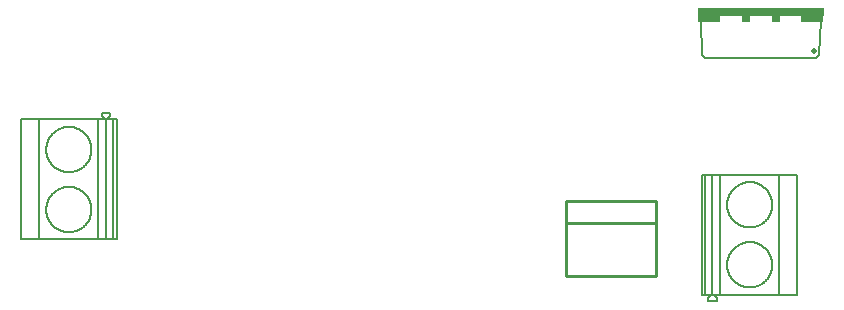
<source format=gbr>
G04 EAGLE Gerber RS-274X export*
G75*
%MOMM*%
%FSLAX34Y34*%
%LPD*%
%INSilkscreen Bottom*%
%IPPOS*%
%AMOC8*
5,1,8,0,0,1.08239X$1,22.5*%
G01*
%ADD10C,0.203200*%
%ADD11C,0.152400*%
%ADD12C,0.508000*%
%ADD13R,10.668000X0.762000*%
%ADD14R,1.905000X0.508000*%
%ADD15R,0.762000X0.508000*%
%ADD16C,0.254000*%


D10*
X95110Y191986D02*
X95110Y90386D01*
X29367Y90386D02*
X29367Y191986D01*
X74165Y191986D02*
X79089Y191986D01*
X87880Y191986D02*
X87880Y193273D01*
X83740Y193273D02*
X83740Y191986D01*
X85889Y191986D01*
X87880Y191986D01*
X82240Y195056D02*
X82240Y197686D01*
X89380Y197686D02*
X89380Y195056D01*
X83740Y191986D02*
X79089Y191986D01*
X87880Y193273D02*
X89380Y195056D01*
X89380Y197686D02*
X82240Y197686D01*
X34197Y191986D02*
X29367Y191986D01*
X34197Y191986D02*
X74165Y191986D01*
X82240Y195056D02*
X83740Y193273D01*
X79089Y191986D02*
X79089Y90386D01*
X74165Y90386D01*
X85889Y90386D02*
X85889Y191986D01*
X85889Y90386D02*
X79089Y90386D01*
X74165Y90386D02*
X34197Y90386D01*
X29367Y90386D01*
X14110Y90386D01*
X87880Y191986D02*
X92110Y191986D01*
X92110Y90386D02*
X85889Y90386D01*
X14110Y90386D02*
X14110Y191986D01*
X29367Y191986D01*
X92110Y191986D02*
X92110Y90386D01*
X92110Y191986D02*
X95110Y191986D01*
X95110Y90386D02*
X92110Y90386D01*
X35210Y166586D02*
X35216Y167056D01*
X35233Y167526D01*
X35262Y167995D01*
X35302Y168463D01*
X35354Y168930D01*
X35417Y169396D01*
X35492Y169860D01*
X35578Y170322D01*
X35675Y170782D01*
X35784Y171239D01*
X35904Y171694D01*
X36035Y172145D01*
X36177Y172593D01*
X36329Y173037D01*
X36493Y173478D01*
X36668Y173914D01*
X36853Y174346D01*
X37049Y174774D01*
X37255Y175196D01*
X37471Y175613D01*
X37698Y176025D01*
X37934Y176431D01*
X38181Y176831D01*
X38437Y177225D01*
X38703Y177613D01*
X38979Y177994D01*
X39263Y178368D01*
X39557Y178735D01*
X39859Y179094D01*
X40171Y179446D01*
X40491Y179791D01*
X40819Y180127D01*
X41155Y180455D01*
X41500Y180775D01*
X41852Y181087D01*
X42211Y181389D01*
X42578Y181683D01*
X42952Y181967D01*
X43333Y182243D01*
X43721Y182509D01*
X44115Y182765D01*
X44515Y183012D01*
X44921Y183248D01*
X45333Y183475D01*
X45750Y183691D01*
X46172Y183897D01*
X46600Y184093D01*
X47032Y184278D01*
X47468Y184453D01*
X47909Y184617D01*
X48353Y184769D01*
X48801Y184911D01*
X49252Y185042D01*
X49707Y185162D01*
X50164Y185271D01*
X50624Y185368D01*
X51086Y185454D01*
X51550Y185529D01*
X52016Y185592D01*
X52483Y185644D01*
X52951Y185684D01*
X53420Y185713D01*
X53890Y185730D01*
X54360Y185736D01*
X54830Y185730D01*
X55300Y185713D01*
X55769Y185684D01*
X56237Y185644D01*
X56704Y185592D01*
X57170Y185529D01*
X57634Y185454D01*
X58096Y185368D01*
X58556Y185271D01*
X59013Y185162D01*
X59468Y185042D01*
X59919Y184911D01*
X60367Y184769D01*
X60811Y184617D01*
X61252Y184453D01*
X61688Y184278D01*
X62120Y184093D01*
X62548Y183897D01*
X62970Y183691D01*
X63387Y183475D01*
X63799Y183248D01*
X64205Y183012D01*
X64605Y182765D01*
X64999Y182509D01*
X65387Y182243D01*
X65768Y181967D01*
X66142Y181683D01*
X66509Y181389D01*
X66868Y181087D01*
X67220Y180775D01*
X67565Y180455D01*
X67901Y180127D01*
X68229Y179791D01*
X68549Y179446D01*
X68861Y179094D01*
X69163Y178735D01*
X69457Y178368D01*
X69741Y177994D01*
X70017Y177613D01*
X70283Y177225D01*
X70539Y176831D01*
X70786Y176431D01*
X71022Y176025D01*
X71249Y175613D01*
X71465Y175196D01*
X71671Y174774D01*
X71867Y174346D01*
X72052Y173914D01*
X72227Y173478D01*
X72391Y173037D01*
X72543Y172593D01*
X72685Y172145D01*
X72816Y171694D01*
X72936Y171239D01*
X73045Y170782D01*
X73142Y170322D01*
X73228Y169860D01*
X73303Y169396D01*
X73366Y168930D01*
X73418Y168463D01*
X73458Y167995D01*
X73487Y167526D01*
X73504Y167056D01*
X73510Y166586D01*
X73504Y166116D01*
X73487Y165646D01*
X73458Y165177D01*
X73418Y164709D01*
X73366Y164242D01*
X73303Y163776D01*
X73228Y163312D01*
X73142Y162850D01*
X73045Y162390D01*
X72936Y161933D01*
X72816Y161478D01*
X72685Y161027D01*
X72543Y160579D01*
X72391Y160135D01*
X72227Y159694D01*
X72052Y159258D01*
X71867Y158826D01*
X71671Y158398D01*
X71465Y157976D01*
X71249Y157559D01*
X71022Y157147D01*
X70786Y156741D01*
X70539Y156341D01*
X70283Y155947D01*
X70017Y155559D01*
X69741Y155178D01*
X69457Y154804D01*
X69163Y154437D01*
X68861Y154078D01*
X68549Y153726D01*
X68229Y153381D01*
X67901Y153045D01*
X67565Y152717D01*
X67220Y152397D01*
X66868Y152085D01*
X66509Y151783D01*
X66142Y151489D01*
X65768Y151205D01*
X65387Y150929D01*
X64999Y150663D01*
X64605Y150407D01*
X64205Y150160D01*
X63799Y149924D01*
X63387Y149697D01*
X62970Y149481D01*
X62548Y149275D01*
X62120Y149079D01*
X61688Y148894D01*
X61252Y148719D01*
X60811Y148555D01*
X60367Y148403D01*
X59919Y148261D01*
X59468Y148130D01*
X59013Y148010D01*
X58556Y147901D01*
X58096Y147804D01*
X57634Y147718D01*
X57170Y147643D01*
X56704Y147580D01*
X56237Y147528D01*
X55769Y147488D01*
X55300Y147459D01*
X54830Y147442D01*
X54360Y147436D01*
X53890Y147442D01*
X53420Y147459D01*
X52951Y147488D01*
X52483Y147528D01*
X52016Y147580D01*
X51550Y147643D01*
X51086Y147718D01*
X50624Y147804D01*
X50164Y147901D01*
X49707Y148010D01*
X49252Y148130D01*
X48801Y148261D01*
X48353Y148403D01*
X47909Y148555D01*
X47468Y148719D01*
X47032Y148894D01*
X46600Y149079D01*
X46172Y149275D01*
X45750Y149481D01*
X45333Y149697D01*
X44921Y149924D01*
X44515Y150160D01*
X44115Y150407D01*
X43721Y150663D01*
X43333Y150929D01*
X42952Y151205D01*
X42578Y151489D01*
X42211Y151783D01*
X41852Y152085D01*
X41500Y152397D01*
X41155Y152717D01*
X40819Y153045D01*
X40491Y153381D01*
X40171Y153726D01*
X39859Y154078D01*
X39557Y154437D01*
X39263Y154804D01*
X38979Y155178D01*
X38703Y155559D01*
X38437Y155947D01*
X38181Y156341D01*
X37934Y156741D01*
X37698Y157147D01*
X37471Y157559D01*
X37255Y157976D01*
X37049Y158398D01*
X36853Y158826D01*
X36668Y159258D01*
X36493Y159694D01*
X36329Y160135D01*
X36177Y160579D01*
X36035Y161027D01*
X35904Y161478D01*
X35784Y161933D01*
X35675Y162390D01*
X35578Y162850D01*
X35492Y163312D01*
X35417Y163776D01*
X35354Y164242D01*
X35302Y164709D01*
X35262Y165177D01*
X35233Y165646D01*
X35216Y166116D01*
X35210Y166586D01*
X35210Y115786D02*
X35216Y116256D01*
X35233Y116726D01*
X35262Y117195D01*
X35302Y117663D01*
X35354Y118130D01*
X35417Y118596D01*
X35492Y119060D01*
X35578Y119522D01*
X35675Y119982D01*
X35784Y120439D01*
X35904Y120894D01*
X36035Y121345D01*
X36177Y121793D01*
X36329Y122237D01*
X36493Y122678D01*
X36668Y123114D01*
X36853Y123546D01*
X37049Y123974D01*
X37255Y124396D01*
X37471Y124813D01*
X37698Y125225D01*
X37934Y125631D01*
X38181Y126031D01*
X38437Y126425D01*
X38703Y126813D01*
X38979Y127194D01*
X39263Y127568D01*
X39557Y127935D01*
X39859Y128294D01*
X40171Y128646D01*
X40491Y128991D01*
X40819Y129327D01*
X41155Y129655D01*
X41500Y129975D01*
X41852Y130287D01*
X42211Y130589D01*
X42578Y130883D01*
X42952Y131167D01*
X43333Y131443D01*
X43721Y131709D01*
X44115Y131965D01*
X44515Y132212D01*
X44921Y132448D01*
X45333Y132675D01*
X45750Y132891D01*
X46172Y133097D01*
X46600Y133293D01*
X47032Y133478D01*
X47468Y133653D01*
X47909Y133817D01*
X48353Y133969D01*
X48801Y134111D01*
X49252Y134242D01*
X49707Y134362D01*
X50164Y134471D01*
X50624Y134568D01*
X51086Y134654D01*
X51550Y134729D01*
X52016Y134792D01*
X52483Y134844D01*
X52951Y134884D01*
X53420Y134913D01*
X53890Y134930D01*
X54360Y134936D01*
X54830Y134930D01*
X55300Y134913D01*
X55769Y134884D01*
X56237Y134844D01*
X56704Y134792D01*
X57170Y134729D01*
X57634Y134654D01*
X58096Y134568D01*
X58556Y134471D01*
X59013Y134362D01*
X59468Y134242D01*
X59919Y134111D01*
X60367Y133969D01*
X60811Y133817D01*
X61252Y133653D01*
X61688Y133478D01*
X62120Y133293D01*
X62548Y133097D01*
X62970Y132891D01*
X63387Y132675D01*
X63799Y132448D01*
X64205Y132212D01*
X64605Y131965D01*
X64999Y131709D01*
X65387Y131443D01*
X65768Y131167D01*
X66142Y130883D01*
X66509Y130589D01*
X66868Y130287D01*
X67220Y129975D01*
X67565Y129655D01*
X67901Y129327D01*
X68229Y128991D01*
X68549Y128646D01*
X68861Y128294D01*
X69163Y127935D01*
X69457Y127568D01*
X69741Y127194D01*
X70017Y126813D01*
X70283Y126425D01*
X70539Y126031D01*
X70786Y125631D01*
X71022Y125225D01*
X71249Y124813D01*
X71465Y124396D01*
X71671Y123974D01*
X71867Y123546D01*
X72052Y123114D01*
X72227Y122678D01*
X72391Y122237D01*
X72543Y121793D01*
X72685Y121345D01*
X72816Y120894D01*
X72936Y120439D01*
X73045Y119982D01*
X73142Y119522D01*
X73228Y119060D01*
X73303Y118596D01*
X73366Y118130D01*
X73418Y117663D01*
X73458Y117195D01*
X73487Y116726D01*
X73504Y116256D01*
X73510Y115786D01*
X73504Y115316D01*
X73487Y114846D01*
X73458Y114377D01*
X73418Y113909D01*
X73366Y113442D01*
X73303Y112976D01*
X73228Y112512D01*
X73142Y112050D01*
X73045Y111590D01*
X72936Y111133D01*
X72816Y110678D01*
X72685Y110227D01*
X72543Y109779D01*
X72391Y109335D01*
X72227Y108894D01*
X72052Y108458D01*
X71867Y108026D01*
X71671Y107598D01*
X71465Y107176D01*
X71249Y106759D01*
X71022Y106347D01*
X70786Y105941D01*
X70539Y105541D01*
X70283Y105147D01*
X70017Y104759D01*
X69741Y104378D01*
X69457Y104004D01*
X69163Y103637D01*
X68861Y103278D01*
X68549Y102926D01*
X68229Y102581D01*
X67901Y102245D01*
X67565Y101917D01*
X67220Y101597D01*
X66868Y101285D01*
X66509Y100983D01*
X66142Y100689D01*
X65768Y100405D01*
X65387Y100129D01*
X64999Y99863D01*
X64605Y99607D01*
X64205Y99360D01*
X63799Y99124D01*
X63387Y98897D01*
X62970Y98681D01*
X62548Y98475D01*
X62120Y98279D01*
X61688Y98094D01*
X61252Y97919D01*
X60811Y97755D01*
X60367Y97603D01*
X59919Y97461D01*
X59468Y97330D01*
X59013Y97210D01*
X58556Y97101D01*
X58096Y97004D01*
X57634Y96918D01*
X57170Y96843D01*
X56704Y96780D01*
X56237Y96728D01*
X55769Y96688D01*
X55300Y96659D01*
X54830Y96642D01*
X54360Y96636D01*
X53890Y96642D01*
X53420Y96659D01*
X52951Y96688D01*
X52483Y96728D01*
X52016Y96780D01*
X51550Y96843D01*
X51086Y96918D01*
X50624Y97004D01*
X50164Y97101D01*
X49707Y97210D01*
X49252Y97330D01*
X48801Y97461D01*
X48353Y97603D01*
X47909Y97755D01*
X47468Y97919D01*
X47032Y98094D01*
X46600Y98279D01*
X46172Y98475D01*
X45750Y98681D01*
X45333Y98897D01*
X44921Y99124D01*
X44515Y99360D01*
X44115Y99607D01*
X43721Y99863D01*
X43333Y100129D01*
X42952Y100405D01*
X42578Y100689D01*
X42211Y100983D01*
X41852Y101285D01*
X41500Y101597D01*
X41155Y101917D01*
X40819Y102245D01*
X40491Y102581D01*
X40171Y102926D01*
X39859Y103278D01*
X39557Y103637D01*
X39263Y104004D01*
X38979Y104378D01*
X38703Y104759D01*
X38437Y105147D01*
X38181Y105541D01*
X37934Y105941D01*
X37698Y106347D01*
X37471Y106759D01*
X37255Y107176D01*
X37049Y107598D01*
X36853Y108026D01*
X36668Y108458D01*
X36493Y108894D01*
X36329Y109335D01*
X36177Y109779D01*
X36035Y110227D01*
X35904Y110678D01*
X35784Y111133D01*
X35675Y111590D01*
X35578Y112050D01*
X35492Y112512D01*
X35417Y112976D01*
X35354Y113442D01*
X35302Y113909D01*
X35262Y114377D01*
X35233Y114846D01*
X35216Y115316D01*
X35210Y115786D01*
D11*
X590550Y246380D02*
X593090Y243840D01*
X687070Y243840D01*
X689610Y246380D01*
X590550Y246380D02*
X589280Y275590D01*
X690880Y275590D02*
X689610Y246380D01*
D12*
X685038Y249936D03*
D13*
X640080Y283210D03*
D14*
X683895Y276860D03*
D15*
X652780Y276860D03*
X627380Y276860D03*
D14*
X596265Y276860D03*
D10*
X590060Y145209D02*
X590060Y43609D01*
X655803Y43609D02*
X655803Y145209D01*
X611005Y43609D02*
X606081Y43609D01*
X597290Y43609D02*
X597290Y42322D01*
X601430Y42322D02*
X601430Y43609D01*
X599281Y43609D01*
X597290Y43609D01*
X602930Y40539D02*
X602930Y37909D01*
X595790Y37909D02*
X595790Y40539D01*
X601430Y43609D02*
X606081Y43609D01*
X597290Y42322D02*
X595790Y40539D01*
X595790Y37909D02*
X602930Y37909D01*
X650973Y43609D02*
X655803Y43609D01*
X650973Y43609D02*
X611005Y43609D01*
X602930Y40539D02*
X601430Y42322D01*
X606081Y43609D02*
X606081Y145209D01*
X611005Y145209D01*
X599281Y145209D02*
X599281Y43609D01*
X599281Y145209D02*
X606081Y145209D01*
X611005Y145209D02*
X650973Y145209D01*
X655803Y145209D01*
X671060Y145209D01*
X597290Y43609D02*
X593060Y43609D01*
X593060Y145209D02*
X599281Y145209D01*
X671060Y145209D02*
X671060Y43609D01*
X655803Y43609D01*
X593060Y43609D02*
X593060Y145209D01*
X593060Y43609D02*
X590060Y43609D01*
X590060Y145209D02*
X593060Y145209D01*
X611660Y69009D02*
X611666Y69479D01*
X611683Y69949D01*
X611712Y70418D01*
X611752Y70886D01*
X611804Y71353D01*
X611867Y71819D01*
X611942Y72283D01*
X612028Y72745D01*
X612125Y73205D01*
X612234Y73662D01*
X612354Y74117D01*
X612485Y74568D01*
X612627Y75016D01*
X612779Y75460D01*
X612943Y75901D01*
X613118Y76337D01*
X613303Y76769D01*
X613499Y77197D01*
X613705Y77619D01*
X613921Y78036D01*
X614148Y78448D01*
X614384Y78854D01*
X614631Y79254D01*
X614887Y79648D01*
X615153Y80036D01*
X615429Y80417D01*
X615713Y80791D01*
X616007Y81158D01*
X616309Y81517D01*
X616621Y81869D01*
X616941Y82214D01*
X617269Y82550D01*
X617605Y82878D01*
X617950Y83198D01*
X618302Y83510D01*
X618661Y83812D01*
X619028Y84106D01*
X619402Y84390D01*
X619783Y84666D01*
X620171Y84932D01*
X620565Y85188D01*
X620965Y85435D01*
X621371Y85671D01*
X621783Y85898D01*
X622200Y86114D01*
X622622Y86320D01*
X623050Y86516D01*
X623482Y86701D01*
X623918Y86876D01*
X624359Y87040D01*
X624803Y87192D01*
X625251Y87334D01*
X625702Y87465D01*
X626157Y87585D01*
X626614Y87694D01*
X627074Y87791D01*
X627536Y87877D01*
X628000Y87952D01*
X628466Y88015D01*
X628933Y88067D01*
X629401Y88107D01*
X629870Y88136D01*
X630340Y88153D01*
X630810Y88159D01*
X631280Y88153D01*
X631750Y88136D01*
X632219Y88107D01*
X632687Y88067D01*
X633154Y88015D01*
X633620Y87952D01*
X634084Y87877D01*
X634546Y87791D01*
X635006Y87694D01*
X635463Y87585D01*
X635918Y87465D01*
X636369Y87334D01*
X636817Y87192D01*
X637261Y87040D01*
X637702Y86876D01*
X638138Y86701D01*
X638570Y86516D01*
X638998Y86320D01*
X639420Y86114D01*
X639837Y85898D01*
X640249Y85671D01*
X640655Y85435D01*
X641055Y85188D01*
X641449Y84932D01*
X641837Y84666D01*
X642218Y84390D01*
X642592Y84106D01*
X642959Y83812D01*
X643318Y83510D01*
X643670Y83198D01*
X644015Y82878D01*
X644351Y82550D01*
X644679Y82214D01*
X644999Y81869D01*
X645311Y81517D01*
X645613Y81158D01*
X645907Y80791D01*
X646191Y80417D01*
X646467Y80036D01*
X646733Y79648D01*
X646989Y79254D01*
X647236Y78854D01*
X647472Y78448D01*
X647699Y78036D01*
X647915Y77619D01*
X648121Y77197D01*
X648317Y76769D01*
X648502Y76337D01*
X648677Y75901D01*
X648841Y75460D01*
X648993Y75016D01*
X649135Y74568D01*
X649266Y74117D01*
X649386Y73662D01*
X649495Y73205D01*
X649592Y72745D01*
X649678Y72283D01*
X649753Y71819D01*
X649816Y71353D01*
X649868Y70886D01*
X649908Y70418D01*
X649937Y69949D01*
X649954Y69479D01*
X649960Y69009D01*
X649954Y68539D01*
X649937Y68069D01*
X649908Y67600D01*
X649868Y67132D01*
X649816Y66665D01*
X649753Y66199D01*
X649678Y65735D01*
X649592Y65273D01*
X649495Y64813D01*
X649386Y64356D01*
X649266Y63901D01*
X649135Y63450D01*
X648993Y63002D01*
X648841Y62558D01*
X648677Y62117D01*
X648502Y61681D01*
X648317Y61249D01*
X648121Y60821D01*
X647915Y60399D01*
X647699Y59982D01*
X647472Y59570D01*
X647236Y59164D01*
X646989Y58764D01*
X646733Y58370D01*
X646467Y57982D01*
X646191Y57601D01*
X645907Y57227D01*
X645613Y56860D01*
X645311Y56501D01*
X644999Y56149D01*
X644679Y55804D01*
X644351Y55468D01*
X644015Y55140D01*
X643670Y54820D01*
X643318Y54508D01*
X642959Y54206D01*
X642592Y53912D01*
X642218Y53628D01*
X641837Y53352D01*
X641449Y53086D01*
X641055Y52830D01*
X640655Y52583D01*
X640249Y52347D01*
X639837Y52120D01*
X639420Y51904D01*
X638998Y51698D01*
X638570Y51502D01*
X638138Y51317D01*
X637702Y51142D01*
X637261Y50978D01*
X636817Y50826D01*
X636369Y50684D01*
X635918Y50553D01*
X635463Y50433D01*
X635006Y50324D01*
X634546Y50227D01*
X634084Y50141D01*
X633620Y50066D01*
X633154Y50003D01*
X632687Y49951D01*
X632219Y49911D01*
X631750Y49882D01*
X631280Y49865D01*
X630810Y49859D01*
X630340Y49865D01*
X629870Y49882D01*
X629401Y49911D01*
X628933Y49951D01*
X628466Y50003D01*
X628000Y50066D01*
X627536Y50141D01*
X627074Y50227D01*
X626614Y50324D01*
X626157Y50433D01*
X625702Y50553D01*
X625251Y50684D01*
X624803Y50826D01*
X624359Y50978D01*
X623918Y51142D01*
X623482Y51317D01*
X623050Y51502D01*
X622622Y51698D01*
X622200Y51904D01*
X621783Y52120D01*
X621371Y52347D01*
X620965Y52583D01*
X620565Y52830D01*
X620171Y53086D01*
X619783Y53352D01*
X619402Y53628D01*
X619028Y53912D01*
X618661Y54206D01*
X618302Y54508D01*
X617950Y54820D01*
X617605Y55140D01*
X617269Y55468D01*
X616941Y55804D01*
X616621Y56149D01*
X616309Y56501D01*
X616007Y56860D01*
X615713Y57227D01*
X615429Y57601D01*
X615153Y57982D01*
X614887Y58370D01*
X614631Y58764D01*
X614384Y59164D01*
X614148Y59570D01*
X613921Y59982D01*
X613705Y60399D01*
X613499Y60821D01*
X613303Y61249D01*
X613118Y61681D01*
X612943Y62117D01*
X612779Y62558D01*
X612627Y63002D01*
X612485Y63450D01*
X612354Y63901D01*
X612234Y64356D01*
X612125Y64813D01*
X612028Y65273D01*
X611942Y65735D01*
X611867Y66199D01*
X611804Y66665D01*
X611752Y67132D01*
X611712Y67600D01*
X611683Y68069D01*
X611666Y68539D01*
X611660Y69009D01*
X611660Y119809D02*
X611666Y120279D01*
X611683Y120749D01*
X611712Y121218D01*
X611752Y121686D01*
X611804Y122153D01*
X611867Y122619D01*
X611942Y123083D01*
X612028Y123545D01*
X612125Y124005D01*
X612234Y124462D01*
X612354Y124917D01*
X612485Y125368D01*
X612627Y125816D01*
X612779Y126260D01*
X612943Y126701D01*
X613118Y127137D01*
X613303Y127569D01*
X613499Y127997D01*
X613705Y128419D01*
X613921Y128836D01*
X614148Y129248D01*
X614384Y129654D01*
X614631Y130054D01*
X614887Y130448D01*
X615153Y130836D01*
X615429Y131217D01*
X615713Y131591D01*
X616007Y131958D01*
X616309Y132317D01*
X616621Y132669D01*
X616941Y133014D01*
X617269Y133350D01*
X617605Y133678D01*
X617950Y133998D01*
X618302Y134310D01*
X618661Y134612D01*
X619028Y134906D01*
X619402Y135190D01*
X619783Y135466D01*
X620171Y135732D01*
X620565Y135988D01*
X620965Y136235D01*
X621371Y136471D01*
X621783Y136698D01*
X622200Y136914D01*
X622622Y137120D01*
X623050Y137316D01*
X623482Y137501D01*
X623918Y137676D01*
X624359Y137840D01*
X624803Y137992D01*
X625251Y138134D01*
X625702Y138265D01*
X626157Y138385D01*
X626614Y138494D01*
X627074Y138591D01*
X627536Y138677D01*
X628000Y138752D01*
X628466Y138815D01*
X628933Y138867D01*
X629401Y138907D01*
X629870Y138936D01*
X630340Y138953D01*
X630810Y138959D01*
X631280Y138953D01*
X631750Y138936D01*
X632219Y138907D01*
X632687Y138867D01*
X633154Y138815D01*
X633620Y138752D01*
X634084Y138677D01*
X634546Y138591D01*
X635006Y138494D01*
X635463Y138385D01*
X635918Y138265D01*
X636369Y138134D01*
X636817Y137992D01*
X637261Y137840D01*
X637702Y137676D01*
X638138Y137501D01*
X638570Y137316D01*
X638998Y137120D01*
X639420Y136914D01*
X639837Y136698D01*
X640249Y136471D01*
X640655Y136235D01*
X641055Y135988D01*
X641449Y135732D01*
X641837Y135466D01*
X642218Y135190D01*
X642592Y134906D01*
X642959Y134612D01*
X643318Y134310D01*
X643670Y133998D01*
X644015Y133678D01*
X644351Y133350D01*
X644679Y133014D01*
X644999Y132669D01*
X645311Y132317D01*
X645613Y131958D01*
X645907Y131591D01*
X646191Y131217D01*
X646467Y130836D01*
X646733Y130448D01*
X646989Y130054D01*
X647236Y129654D01*
X647472Y129248D01*
X647699Y128836D01*
X647915Y128419D01*
X648121Y127997D01*
X648317Y127569D01*
X648502Y127137D01*
X648677Y126701D01*
X648841Y126260D01*
X648993Y125816D01*
X649135Y125368D01*
X649266Y124917D01*
X649386Y124462D01*
X649495Y124005D01*
X649592Y123545D01*
X649678Y123083D01*
X649753Y122619D01*
X649816Y122153D01*
X649868Y121686D01*
X649908Y121218D01*
X649937Y120749D01*
X649954Y120279D01*
X649960Y119809D01*
X649954Y119339D01*
X649937Y118869D01*
X649908Y118400D01*
X649868Y117932D01*
X649816Y117465D01*
X649753Y116999D01*
X649678Y116535D01*
X649592Y116073D01*
X649495Y115613D01*
X649386Y115156D01*
X649266Y114701D01*
X649135Y114250D01*
X648993Y113802D01*
X648841Y113358D01*
X648677Y112917D01*
X648502Y112481D01*
X648317Y112049D01*
X648121Y111621D01*
X647915Y111199D01*
X647699Y110782D01*
X647472Y110370D01*
X647236Y109964D01*
X646989Y109564D01*
X646733Y109170D01*
X646467Y108782D01*
X646191Y108401D01*
X645907Y108027D01*
X645613Y107660D01*
X645311Y107301D01*
X644999Y106949D01*
X644679Y106604D01*
X644351Y106268D01*
X644015Y105940D01*
X643670Y105620D01*
X643318Y105308D01*
X642959Y105006D01*
X642592Y104712D01*
X642218Y104428D01*
X641837Y104152D01*
X641449Y103886D01*
X641055Y103630D01*
X640655Y103383D01*
X640249Y103147D01*
X639837Y102920D01*
X639420Y102704D01*
X638998Y102498D01*
X638570Y102302D01*
X638138Y102117D01*
X637702Y101942D01*
X637261Y101778D01*
X636817Y101626D01*
X636369Y101484D01*
X635918Y101353D01*
X635463Y101233D01*
X635006Y101124D01*
X634546Y101027D01*
X634084Y100941D01*
X633620Y100866D01*
X633154Y100803D01*
X632687Y100751D01*
X632219Y100711D01*
X631750Y100682D01*
X631280Y100665D01*
X630810Y100659D01*
X630340Y100665D01*
X629870Y100682D01*
X629401Y100711D01*
X628933Y100751D01*
X628466Y100803D01*
X628000Y100866D01*
X627536Y100941D01*
X627074Y101027D01*
X626614Y101124D01*
X626157Y101233D01*
X625702Y101353D01*
X625251Y101484D01*
X624803Y101626D01*
X624359Y101778D01*
X623918Y101942D01*
X623482Y102117D01*
X623050Y102302D01*
X622622Y102498D01*
X622200Y102704D01*
X621783Y102920D01*
X621371Y103147D01*
X620965Y103383D01*
X620565Y103630D01*
X620171Y103886D01*
X619783Y104152D01*
X619402Y104428D01*
X619028Y104712D01*
X618661Y105006D01*
X618302Y105308D01*
X617950Y105620D01*
X617605Y105940D01*
X617269Y106268D01*
X616941Y106604D01*
X616621Y106949D01*
X616309Y107301D01*
X616007Y107660D01*
X615713Y108027D01*
X615429Y108401D01*
X615153Y108782D01*
X614887Y109170D01*
X614631Y109564D01*
X614384Y109964D01*
X614148Y110370D01*
X613921Y110782D01*
X613705Y111199D01*
X613499Y111621D01*
X613303Y112049D01*
X613118Y112481D01*
X612943Y112917D01*
X612779Y113358D01*
X612627Y113802D01*
X612485Y114250D01*
X612354Y114701D01*
X612234Y115156D01*
X612125Y115613D01*
X612028Y116073D01*
X611942Y116535D01*
X611867Y116999D01*
X611804Y117465D01*
X611752Y117932D01*
X611712Y118400D01*
X611683Y118869D01*
X611666Y119339D01*
X611660Y119809D01*
D16*
X551815Y123190D02*
X475615Y123190D01*
X475615Y104140D01*
X475615Y59690D01*
X551815Y59690D01*
X551815Y104140D01*
X551815Y123190D01*
X551815Y104140D02*
X475615Y104140D01*
M02*

</source>
